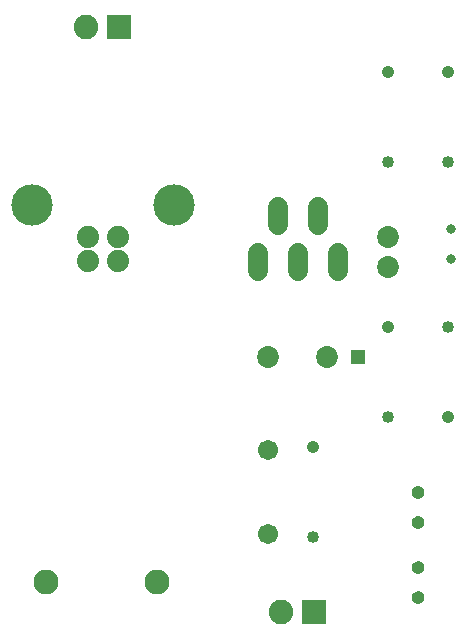
<source format=gts>
G75*
%MOIN*%
%OFA0B0*%
%FSLAX25Y25*%
%IPPOS*%
%LPD*%
%AMOC8*
5,1,8,0,0,1.08239X$1,22.5*
%
%ADD10C,0.03162*%
%ADD11C,0.07300*%
%ADD12C,0.08300*%
%ADD13C,0.06743*%
%ADD14C,0.00500*%
%ADD15C,0.06743*%
%ADD16R,0.08200X0.08200*%
%ADD17C,0.08200*%
%ADD18C,0.07400*%
%ADD19C,0.13800*%
%ADD20C,0.04000*%
%ADD21C,0.04123*%
%ADD22R,0.05162X0.05162*%
D10*
X0152745Y0129753D03*
X0152745Y0139753D03*
D11*
X0131800Y0136800D03*
X0131800Y0126800D03*
X0111650Y0096800D03*
X0091950Y0096800D03*
D12*
X0017800Y0021800D03*
X0054800Y0021800D03*
D13*
X0091800Y0037800D03*
X0091800Y0065800D03*
D14*
X0140084Y0052182D02*
X0140202Y0052546D01*
X0140398Y0052875D01*
X0140663Y0053152D01*
X0140982Y0053363D01*
X0141341Y0053498D01*
X0141720Y0053550D01*
X0142121Y0053515D01*
X0142503Y0053392D01*
X0142849Y0053186D01*
X0143140Y0052909D01*
X0143363Y0052574D01*
X0143505Y0052198D01*
X0143560Y0051800D01*
X0143509Y0051407D01*
X0143372Y0051035D01*
X0143155Y0050703D01*
X0142870Y0050428D01*
X0142531Y0050223D01*
X0142155Y0050098D01*
X0141760Y0050060D01*
X0141377Y0050107D01*
X0141013Y0050237D01*
X0140688Y0050446D01*
X0140417Y0050721D01*
X0140214Y0051050D01*
X0140090Y0051416D01*
X0140050Y0051800D01*
X0140084Y0052182D01*
X0140081Y0052150D02*
X0143512Y0052150D01*
X0143541Y0051651D02*
X0140065Y0051651D01*
X0140179Y0051153D02*
X0143415Y0051153D01*
X0143104Y0050654D02*
X0140483Y0050654D01*
X0141241Y0050156D02*
X0142329Y0050156D01*
X0143314Y0052648D02*
X0140263Y0052648D01*
X0140657Y0053147D02*
X0142891Y0053147D01*
X0142121Y0043515D02*
X0142503Y0043392D01*
X0142849Y0043186D01*
X0143140Y0042909D01*
X0143363Y0042574D01*
X0143505Y0042198D01*
X0143560Y0041800D01*
X0143509Y0041407D01*
X0143372Y0041035D01*
X0143155Y0040703D01*
X0142870Y0040428D01*
X0142531Y0040223D01*
X0142155Y0040098D01*
X0141760Y0040060D01*
X0141377Y0040107D01*
X0141013Y0040237D01*
X0140688Y0040446D01*
X0140417Y0040721D01*
X0140214Y0041050D01*
X0140090Y0041416D01*
X0140050Y0041800D01*
X0140084Y0042182D01*
X0140202Y0042546D01*
X0140398Y0042875D01*
X0140663Y0043152D01*
X0140982Y0043363D01*
X0141341Y0043498D01*
X0141720Y0043550D01*
X0142121Y0043515D01*
X0142859Y0043176D02*
X0140699Y0043176D01*
X0140281Y0042678D02*
X0143294Y0042678D01*
X0143507Y0042179D02*
X0140084Y0042179D01*
X0140062Y0041681D02*
X0143544Y0041681D01*
X0143426Y0041182D02*
X0140169Y0041182D01*
X0140454Y0040684D02*
X0143135Y0040684D01*
X0142419Y0040185D02*
X0141158Y0040185D01*
X0141840Y0028540D02*
X0141445Y0028502D01*
X0141069Y0028377D01*
X0140730Y0028172D01*
X0140445Y0027897D01*
X0140228Y0027565D01*
X0140091Y0027193D01*
X0140040Y0026800D01*
X0140095Y0026402D01*
X0140237Y0026026D01*
X0140460Y0025691D01*
X0140751Y0025414D01*
X0141097Y0025208D01*
X0141479Y0025085D01*
X0141880Y0025050D01*
X0142259Y0025102D01*
X0142618Y0025237D01*
X0142937Y0025448D01*
X0143202Y0025725D01*
X0143398Y0026054D01*
X0143516Y0026418D01*
X0143550Y0026800D01*
X0143510Y0027184D01*
X0143386Y0027550D01*
X0143183Y0027879D01*
X0142912Y0028154D01*
X0142587Y0028363D01*
X0142223Y0028493D01*
X0141840Y0028540D01*
X0142808Y0028221D02*
X0140810Y0028221D01*
X0140331Y0027723D02*
X0143279Y0027723D01*
X0143497Y0027224D02*
X0140103Y0027224D01*
X0140050Y0026726D02*
X0143543Y0026726D01*
X0143454Y0026227D02*
X0140161Y0026227D01*
X0140435Y0025729D02*
X0143204Y0025729D01*
X0142600Y0025230D02*
X0141060Y0025230D01*
X0141840Y0018540D02*
X0141445Y0018502D01*
X0141069Y0018377D01*
X0140730Y0018172D01*
X0140445Y0017897D01*
X0140228Y0017565D01*
X0140091Y0017193D01*
X0140040Y0016800D01*
X0140095Y0016402D01*
X0140237Y0016026D01*
X0140460Y0015691D01*
X0140751Y0015414D01*
X0141097Y0015208D01*
X0141479Y0015085D01*
X0141880Y0015050D01*
X0142259Y0015102D01*
X0142618Y0015237D01*
X0142937Y0015448D01*
X0143202Y0015725D01*
X0143398Y0016054D01*
X0143516Y0016418D01*
X0143550Y0016800D01*
X0143510Y0017184D01*
X0143386Y0017550D01*
X0143183Y0017879D01*
X0142912Y0018154D01*
X0142587Y0018363D01*
X0142223Y0018493D01*
X0141840Y0018540D01*
X0142761Y0018251D02*
X0140860Y0018251D01*
X0140351Y0017752D02*
X0143261Y0017752D01*
X0143486Y0017254D02*
X0140114Y0017254D01*
X0140046Y0016755D02*
X0143546Y0016755D01*
X0143464Y0016257D02*
X0140150Y0016257D01*
X0140415Y0015758D02*
X0143222Y0015758D01*
X0142653Y0015260D02*
X0141010Y0015260D01*
D15*
X0115186Y0125757D02*
X0115186Y0131701D01*
X0108493Y0141112D02*
X0108493Y0147055D01*
X0101800Y0131701D02*
X0101800Y0125757D01*
X0095107Y0141112D02*
X0095107Y0147055D01*
X0088414Y0131701D02*
X0088414Y0125757D01*
D16*
X0042300Y0206800D03*
X0107300Y0011800D03*
D17*
X0096300Y0011800D03*
X0031300Y0206800D03*
D18*
X0031879Y0136800D03*
X0031879Y0129000D03*
X0041721Y0129000D03*
X0041721Y0136800D03*
D19*
X0060500Y0147500D03*
X0013100Y0147500D03*
D20*
X0106800Y0036800D03*
X0131800Y0076800D03*
X0151800Y0106800D03*
X0151800Y0161800D03*
X0131800Y0161800D03*
D21*
X0131800Y0191800D03*
X0151800Y0191800D03*
X0131800Y0106800D03*
X0151800Y0076800D03*
X0106800Y0066800D03*
D22*
X0121800Y0096800D03*
M02*

</source>
